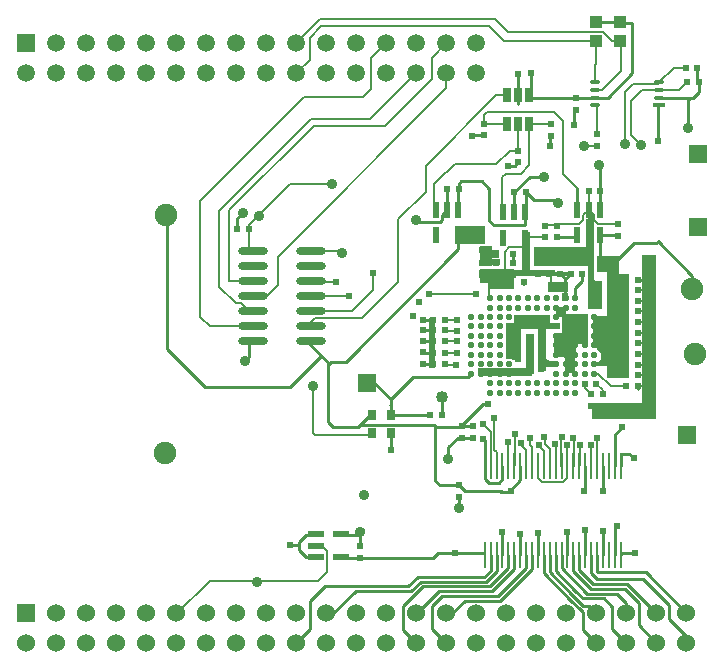
<source format=gtl>
G04 Layer_Physical_Order=1*
G04 Layer_Color=255*
%FSLAX25Y25*%
%MOIN*%
G70*
G01*
G75*
%ADD10R,0.03937X0.01181*%
%ADD11O,0.03937X0.01181*%
%ADD12R,0.05709X0.02165*%
%ADD13R,0.05709X0.02165*%
%ADD14R,0.02165X0.05709*%
%ADD15R,0.02165X0.05709*%
%ADD16O,0.00984X0.08709*%
%ADD17R,0.02756X0.05118*%
%ADD18R,0.02362X0.01969*%
%ADD19R,0.01969X0.02362*%
%ADD20R,0.03937X0.03937*%
%ADD21R,0.02600X0.03300*%
%ADD22O,0.09843X0.02756*%
%ADD23C,0.00600*%
%ADD24C,0.01000*%
%ADD25R,0.07756X0.05591*%
%ADD26R,0.03976X0.35197*%
%ADD27R,0.04016X0.45512*%
%ADD28R,0.05863X0.02200*%
%ADD29R,0.07017X0.03629*%
%ADD30R,0.02008X0.02717*%
%ADD31R,0.02426X0.11675*%
%ADD32R,0.08676X0.02223*%
%ADD33R,0.12677X0.01654*%
%ADD34R,0.02992X0.14370*%
%ADD35R,0.25197X0.01890*%
%ADD36R,0.11408X0.04622*%
%ADD37R,0.06299X0.10630*%
%ADD38R,0.04213X0.35079*%
%ADD39R,0.06811X0.01457*%
%ADD40R,0.18543X0.02795*%
%ADD41R,0.10158X0.06142*%
%ADD42R,0.04095X0.06535*%
%ADD43R,0.03622X0.02402*%
%ADD44R,0.02756X0.13819*%
%ADD45R,0.18307X0.02677*%
%ADD46R,0.02393X0.17126*%
%ADD47R,0.21734X0.05800*%
%ADD48R,0.04678X0.51260*%
%ADD49R,0.05118X0.09803*%
%ADD50R,0.03425X0.03189*%
%ADD51R,0.08828X0.10472*%
%ADD52R,0.07677X0.08189*%
%ADD53R,0.03386X0.06299*%
%ADD54R,0.03701X0.02874*%
%ADD55R,0.17874X0.04291*%
%ADD56R,0.01978X0.12811*%
%ADD57R,0.02126X0.22874*%
%ADD58R,0.02854X0.14972*%
%ADD59R,0.04095X0.02087*%
%ADD60R,0.03751X0.12216*%
%ADD61R,0.11854X0.04955*%
%ADD62C,0.02200*%
%ADD63C,0.07500*%
%ADD64R,0.05906X0.05906*%
%ADD65C,0.04000*%
%ADD66C,0.05906*%
%ADD67R,0.06000X0.06000*%
%ADD68C,0.06000*%
%ADD69C,0.02400*%
%ADD70C,0.03600*%
G36*
X207441Y109331D02*
Y104606D01*
X202716D01*
Y104722D01*
X202578Y104861D01*
X203620Y105903D01*
Y107832D01*
X202323Y109129D01*
Y109724D01*
X207047D01*
X207441Y109331D01*
D02*
G37*
G36*
X187668Y115968D02*
Y115968D01*
X189243Y117543D01*
X187668Y115968D01*
D02*
G37*
D10*
X223000Y190600D02*
D03*
D11*
Y193159D02*
D03*
Y195718D02*
D03*
Y198277D02*
D03*
X201740Y190600D02*
D03*
Y193159D02*
D03*
Y195718D02*
D03*
Y198277D02*
D03*
D12*
X116891Y47544D02*
D03*
Y40064D02*
D03*
X108426D02*
D03*
Y43804D02*
D03*
D13*
X108426Y47544D02*
D03*
D14*
X155975Y155634D02*
D03*
X178386Y154902D02*
D03*
X203219Y155634D02*
D03*
D15*
X155975Y147169D02*
D03*
X148495Y155634D02*
D03*
X152235D02*
D03*
X148495Y147169D02*
D03*
X178386Y146437D02*
D03*
X170905Y154902D02*
D03*
X174646D02*
D03*
X170905Y146437D02*
D03*
X203219Y147169D02*
D03*
X195739Y155634D02*
D03*
X199479D02*
D03*
X195739Y147169D02*
D03*
D16*
X208141Y70224D02*
D03*
X206172D02*
D03*
X210109D02*
D03*
X200267D02*
D03*
X202235D02*
D03*
X204204D02*
D03*
X196330D02*
D03*
X198298D02*
D03*
X192393D02*
D03*
X194361D02*
D03*
X188456D02*
D03*
X190424D02*
D03*
X186487D02*
D03*
X210109Y40559D02*
D03*
X206172D02*
D03*
X208141D02*
D03*
X202235D02*
D03*
X204204D02*
D03*
X190424D02*
D03*
X192393D02*
D03*
X186487D02*
D03*
X188456D02*
D03*
X198298D02*
D03*
X200267D02*
D03*
X194361D02*
D03*
X196330D02*
D03*
X182550Y70224D02*
D03*
X180581D02*
D03*
X184519D02*
D03*
X178613D02*
D03*
X174676D02*
D03*
X176645D02*
D03*
X170739D02*
D03*
X172707D02*
D03*
X166802D02*
D03*
X168771D02*
D03*
X164833D02*
D03*
X182550Y40559D02*
D03*
X184519D02*
D03*
X176645D02*
D03*
X178613D02*
D03*
X180581D02*
D03*
X164833D02*
D03*
X166802D02*
D03*
X172707D02*
D03*
X174676D02*
D03*
X168771D02*
D03*
X170739D02*
D03*
D17*
X179724Y193858D02*
D03*
X175984D02*
D03*
X179724Y184409D02*
D03*
X172244D02*
D03*
X175984D02*
D03*
X172244Y193858D02*
D03*
D18*
X86093Y149299D02*
D03*
X82156D02*
D03*
X150669Y87283D02*
D03*
X146732D02*
D03*
X236103Y198414D02*
D03*
X232166D02*
D03*
X235709Y203138D02*
D03*
X231772D02*
D03*
X215787Y97047D02*
D03*
X211850D02*
D03*
X151496Y119055D02*
D03*
X147559D02*
D03*
X179842Y113228D02*
D03*
X175906D02*
D03*
X179803Y105984D02*
D03*
X175866D02*
D03*
X183740Y109606D02*
D03*
X179803D02*
D03*
X183740Y102598D02*
D03*
X179803D02*
D03*
X151535Y111890D02*
D03*
X147598D02*
D03*
X151535Y115551D02*
D03*
X147598D02*
D03*
X151496Y107992D02*
D03*
X147559D02*
D03*
X151614Y104213D02*
D03*
X147677D02*
D03*
X215869Y111343D02*
D03*
X211932D02*
D03*
X215787Y107677D02*
D03*
X211850D02*
D03*
X215787Y100591D02*
D03*
X211850D02*
D03*
X215787Y104134D02*
D03*
X211850D02*
D03*
X215787Y125394D02*
D03*
X211850D02*
D03*
X215787Y121850D02*
D03*
X211850D02*
D03*
X215787Y132480D02*
D03*
X211850D02*
D03*
X215787Y128937D02*
D03*
X211850D02*
D03*
X215787Y114764D02*
D03*
X211850D02*
D03*
X215787Y118307D02*
D03*
X211850D02*
D03*
X156172Y162819D02*
D03*
X152235D02*
D03*
X178613Y161638D02*
D03*
X174676D02*
D03*
X203416Y162031D02*
D03*
X199479D02*
D03*
D19*
X123367Y43591D02*
D03*
Y39654D02*
D03*
X202244Y181091D02*
D03*
Y177154D02*
D03*
X187008Y184331D02*
D03*
Y180394D02*
D03*
X175984Y175433D02*
D03*
Y171496D02*
D03*
X164606Y184449D02*
D03*
Y180512D02*
D03*
X195158Y192902D02*
D03*
Y188965D02*
D03*
X197117Y138409D02*
D03*
Y134472D02*
D03*
X204095Y94269D02*
D03*
Y90332D02*
D03*
X200400Y94169D02*
D03*
Y90232D02*
D03*
X156172Y64000D02*
D03*
Y60063D02*
D03*
X157353Y83685D02*
D03*
Y79748D02*
D03*
X160897Y83685D02*
D03*
Y79748D02*
D03*
X163898Y137953D02*
D03*
Y134016D02*
D03*
X168543Y138031D02*
D03*
Y134095D02*
D03*
X174252Y137913D02*
D03*
Y133976D02*
D03*
X186417Y138268D02*
D03*
Y134331D02*
D03*
X182638Y138150D02*
D03*
Y134213D02*
D03*
X193574Y138409D02*
D03*
Y134472D02*
D03*
X190030Y138409D02*
D03*
Y134472D02*
D03*
X163976Y146260D02*
D03*
Y142323D02*
D03*
X185000Y150469D02*
D03*
Y146531D02*
D03*
X209322Y151008D02*
D03*
Y147071D02*
D03*
X189000Y150469D02*
D03*
Y146531D02*
D03*
D20*
X202059Y218390D02*
D03*
Y212091D02*
D03*
X209922Y218454D02*
D03*
Y212154D02*
D03*
D21*
X133550Y81350D02*
D03*
X127250D02*
D03*
X133550Y87450D02*
D03*
X127250D02*
D03*
D22*
X87554Y141900D02*
D03*
Y136900D02*
D03*
Y131900D02*
D03*
Y126900D02*
D03*
Y121900D02*
D03*
Y116900D02*
D03*
Y111900D02*
D03*
X106846Y141900D02*
D03*
Y136900D02*
D03*
Y131900D02*
D03*
Y126900D02*
D03*
Y121900D02*
D03*
Y116900D02*
D03*
Y111900D02*
D03*
D23*
X172913Y116850D02*
Y117203D01*
X151693Y104134D02*
X155300D01*
X155511Y111890D02*
X155532Y111911D01*
X151876Y115211D02*
X155521D01*
X151682Y118869D02*
X155511D01*
X142835Y125157D02*
X143292Y124700D01*
X164173Y84252D02*
X166802Y81623D01*
X179842Y77349D02*
Y79500D01*
X182800Y76900D02*
Y77300D01*
X184900Y77500D02*
X186487Y75913D01*
X184900Y77500D02*
Y79800D01*
X179842Y77349D02*
X180581Y76610D01*
X202244Y181091D02*
Y190096D01*
X201740Y190600D02*
X202244Y190096D01*
X201740Y204009D02*
X202059Y204328D01*
X201740Y198277D02*
Y204009D01*
Y195718D02*
X203829D01*
X210242Y202131D01*
X211689Y195121D02*
X214284Y197716D01*
X222439D01*
X223000Y198277D01*
X227861Y203138D01*
X231772D01*
X213662Y180707D02*
Y192100D01*
X217280Y195718D01*
X223000D01*
X229470D01*
X232166Y198414D01*
X155411Y107992D02*
X155421Y108003D01*
X186969Y133593D02*
X187062Y133686D01*
X186969Y130591D02*
Y133593D01*
X168736Y193858D02*
X172244D01*
X145149Y170271D02*
X168736Y193858D01*
X179724Y184409D02*
X179803Y184331D01*
X187008D01*
X170739Y155437D02*
Y166496D01*
X173189Y175433D02*
X175984D01*
X168646Y170890D02*
X173189Y175433D01*
X154794Y170890D02*
X168646D01*
X165669Y188347D02*
X187992D01*
X164606Y187284D02*
X165669Y188347D01*
X164606Y184449D02*
Y187284D01*
Y184449D02*
X164646Y184409D01*
X172244D01*
X175984Y184409D02*
X175984Y184409D01*
X175984Y175433D02*
Y184409D01*
X213662Y180707D02*
X216885Y177483D01*
X210242Y211028D02*
X210825Y211611D01*
X204400Y214959D02*
X207205Y212154D01*
X209922D01*
X102000Y201297D02*
X106453Y205749D01*
Y213148D01*
X86290Y141858D02*
Y150677D01*
X136048Y131582D02*
Y152537D01*
X199479Y138409D02*
Y155634D01*
X211689Y177691D02*
Y195121D01*
X105581Y126858D02*
X119558D01*
X136048Y152537D02*
X145149Y161638D01*
X202636Y151008D02*
X209322D01*
X105581Y116858D02*
X108304Y119580D01*
X124046D02*
X136048Y131582D01*
X147904Y164393D02*
X151841Y168331D01*
X184912Y150614D02*
X189637D01*
X196239Y150923D02*
X197722Y152407D01*
X189946Y150923D02*
X196239D01*
X112341Y34904D02*
Y42144D01*
X168771Y70224D02*
Y75023D01*
X119558Y126858D02*
X119558Y126858D01*
X147904Y156224D02*
Y164393D01*
X145149Y161638D02*
Y170271D01*
X184912Y150614D02*
X184912Y150614D01*
X189637D02*
X189946Y150923D01*
X201237Y152407D02*
X202636Y151008D01*
X199479Y155634D02*
Y162425D01*
X202059Y204328D02*
Y212091D01*
X210242Y202131D02*
Y211028D01*
X231772Y203138D02*
X232166D01*
X108304Y119580D02*
X124046D01*
X105857Y131582D02*
X115227D01*
X105581Y141858D02*
X116763D01*
X108426Y43804D02*
X110680D01*
X183942Y64970D02*
X191001D01*
X178515Y146677D02*
X184912D01*
X109358Y31921D02*
X112341Y34904D01*
X110680Y43804D02*
X112341Y42144D01*
X182550Y66362D02*
X183942Y64970D01*
X182550Y66362D02*
Y70224D01*
X191001Y64970D02*
X192393Y66362D01*
Y70224D01*
X85778Y132370D02*
X86290Y131858D01*
X105581D02*
X105857Y131582D01*
X105542Y141819D02*
X105581Y141858D01*
X116763D02*
X117196Y141425D01*
X190030Y138409D02*
X190030Y138409D01*
X178416Y146775D02*
X178515Y146677D01*
X178416Y143331D02*
X179007D01*
X178416D02*
Y146775D01*
X170739Y155437D02*
X170936Y155240D01*
X197722Y152407D02*
Y153876D01*
X201237Y152407D02*
Y153876D01*
X199479Y155634D02*
X201237Y153876D01*
X197722Y153876D02*
X199479Y155634D01*
X151841Y168331D02*
X152235D01*
X154794Y170890D01*
X211689Y177691D02*
X211741Y177639D01*
X83568Y124580D02*
X86290Y121858D01*
X76260Y130124D02*
Y155315D01*
X106890Y185945D01*
X126648D01*
X142000Y201297D01*
X92252Y126858D02*
X95906Y130512D01*
X86290Y126858D02*
X92252D01*
X79717Y131858D02*
X86290D01*
X79717D02*
Y155544D01*
X107928Y183755D01*
X62001Y21297D02*
X62378D01*
X168032Y75762D02*
Y86339D01*
Y75762D02*
X168771Y75023D01*
X95906Y130512D02*
Y140157D01*
X152000Y196252D01*
Y201297D01*
X99983Y164370D02*
X113819D01*
X197823Y177154D02*
X202244D01*
X86290Y150677D02*
X99983Y164370D01*
X187992Y188347D02*
X190946Y185393D01*
Y167809D02*
Y185393D01*
Y167809D02*
X195739Y163015D01*
X166802Y70224D02*
Y81623D01*
X190030Y138409D02*
X199479D01*
X186110Y135243D02*
Y135243D01*
X166408Y131323D02*
X168496Y133410D01*
X163898Y134331D02*
X165621Y132607D01*
X163898Y138268D02*
X168307D01*
X168543Y138031D01*
X215787Y97047D02*
X215787Y97047D01*
X215787Y104134D02*
X215787Y104134D01*
X215787Y111221D02*
X215787Y111221D01*
X215787Y97047D02*
X219443D01*
X219443Y107677D02*
X219443Y107677D01*
X215787Y107677D02*
X219443D01*
X215787Y104134D02*
X219443D01*
X215787Y111221D02*
X219443D01*
X219443Y114764D02*
X219443Y114764D01*
X215787Y114764D02*
X219443D01*
Y118307D02*
X219443Y118307D01*
X215787Y118307D02*
X219443D01*
Y121850D02*
X219443Y121850D01*
X215787Y121850D02*
X219443D01*
X215787Y125394D02*
X219443D01*
X215787Y128937D02*
X219443D01*
X219443Y128937D01*
X219443Y100591D02*
X219443Y100591D01*
X215787Y100591D02*
X219443D01*
X174331Y105984D02*
X175866D01*
X172913Y107402D02*
X174331Y105984D01*
X172953Y107402D02*
X175827Y110276D01*
X172913Y107402D02*
X172953D01*
X179646Y110158D02*
X179842Y110354D01*
X168543Y134095D02*
X169685D01*
X171442Y135852D01*
X146614Y127717D02*
X161811D01*
X146260Y128071D02*
X146614Y127717D01*
X178071Y130590D02*
Y131575D01*
X183740Y107480D02*
Y109606D01*
X173016Y143331D02*
X178416D01*
X171442Y135852D02*
Y141757D01*
X173016Y143331D01*
X173858Y133976D02*
X174500Y133335D01*
X151535Y111890D02*
Y112101D01*
X166408Y126505D02*
X166614Y126299D01*
X166408Y126505D02*
Y130141D01*
X179724Y170512D02*
Y184409D01*
X176929Y167717D02*
X179724Y170512D01*
X170739Y166496D02*
X171959Y167717D01*
X176929D01*
X183583Y101890D02*
X185945Y104252D01*
X186969D02*
X188661D01*
X185945D02*
X186969D01*
X183740Y107480D02*
X186969Y104252D01*
X186417Y134331D02*
X187062Y133686D01*
X151614Y104213D02*
X151693Y104134D01*
X151496Y107992D02*
X155411D01*
X151535Y111890D02*
X155511D01*
X151535Y115551D02*
X151876Y115211D01*
X151496Y119055D02*
X151682Y118869D01*
X201260Y101102D02*
X202698D01*
X206753Y97047D01*
X211850D01*
X201900Y97700D02*
X204095Y95505D01*
Y94269D02*
Y95505D01*
X198400Y96169D02*
Y97613D01*
Y96169D02*
X200400Y94169D01*
X174500Y70400D02*
X174676Y70224D01*
X188456D02*
X188587Y70356D01*
X200135Y70356D02*
X200267Y70224D01*
X196330D02*
X196600Y70495D01*
X194361Y70224D02*
X194493Y70356D01*
X193922Y79748D02*
X194493Y79177D01*
X188500Y73000D02*
Y78200D01*
X200135Y70356D02*
Y77200D01*
X194493Y70356D02*
Y79177D01*
X193922Y79748D02*
X194300D01*
X202235Y70224D02*
Y79800D01*
X196600Y70495D02*
Y77400D01*
X190293Y79593D02*
X190700Y80000D01*
X192393Y70224D02*
Y77391D01*
X190293Y70356D02*
Y79593D01*
X188100Y77800D02*
X188500Y78200D01*
X186487Y70224D02*
Y75913D01*
X184519Y70224D02*
Y75181D01*
X182800Y76900D02*
X184519Y75181D01*
X178613Y70224D02*
Y75608D01*
X108259Y80750D02*
X127450D01*
X107609Y81400D02*
X108259Y80750D01*
X107609Y81400D02*
Y97004D01*
X106846Y121900D02*
X120642D01*
X127700Y128958D01*
Y134700D01*
X105581Y121858D02*
X106846D01*
X184700Y80000D02*
X184900Y79800D01*
X180581Y70224D02*
Y76610D01*
X176800Y77421D02*
X178613Y75608D01*
X176800Y77421D02*
X176900Y77521D01*
Y78100D01*
X174500Y70400D02*
X174800Y70700D01*
X172707Y70224D02*
Y77293D01*
X172700Y77300D02*
X172707Y77293D01*
X172700Y77300D02*
Y78300D01*
X174800Y70700D02*
Y81000D01*
X107928Y183755D02*
X131555D01*
X147100Y199300D01*
Y206397D01*
X152000Y211297D01*
X102000D02*
X109903Y219200D01*
X168200D01*
X172441Y214959D01*
X204400D01*
X171206Y212091D02*
X202059D01*
X106453Y213148D02*
X110205Y216900D01*
X166397D01*
X171206Y212091D01*
X76260Y130124D02*
X81803Y124580D01*
X83568D01*
X73200Y116900D02*
X87554D01*
X70000Y120100D02*
X73200Y116900D01*
X70000Y120100D02*
Y158800D01*
X104600Y193400D01*
X124200D01*
X126900Y196100D01*
Y206197D01*
X132000Y211297D01*
X62378Y21297D02*
X72890Y31810D01*
X72779Y31921D02*
X72890Y31810D01*
X72779Y31921D02*
X109358D01*
X165621Y132110D02*
Y132607D01*
Y132110D02*
X166408Y131323D01*
D24*
X57180Y153730D02*
X58800Y152110D01*
Y109400D02*
Y152110D01*
Y109400D02*
X71460Y96740D01*
X99940D01*
X206900Y136100D02*
Y137000D01*
X214700Y144800D01*
X222100D01*
X222600Y145300D01*
X234080Y133820D01*
Y129430D02*
Y133820D01*
X144370Y115512D02*
X144409Y115551D01*
X144370Y118858D02*
X144567Y119055D01*
X144370Y112008D02*
X144488Y111890D01*
X144370Y108189D02*
X144567Y107992D01*
X82396Y152842D02*
X84244Y154690D01*
X110320Y107120D02*
X112483Y104956D01*
X105581Y111858D02*
X110320Y107120D01*
X99940Y96740D02*
X110320Y107120D01*
X222520Y178532D02*
Y190120D01*
X223000Y190600D01*
X194232Y193158D02*
X206000D01*
X214050Y201208D01*
X144488Y111890D02*
X147598D01*
X174676Y161638D02*
X179794Y166756D01*
X174676Y161638D02*
X174676Y161638D01*
X179794Y166756D02*
X184519D01*
X179724Y193858D02*
X180681Y192902D01*
X195158D01*
X166408Y152135D02*
Y162819D01*
X178416Y150512D02*
Y155240D01*
X147707Y39787D02*
X149135Y41215D01*
X164177D01*
X210716Y41165D02*
X214833D01*
X210109Y40559D02*
X210716Y41165D01*
X155975Y142543D02*
Y147169D01*
X203219Y139393D02*
Y147169D01*
X214050Y201208D02*
Y218157D01*
X105207Y47267D02*
X109814D01*
X156172Y64000D02*
X158141Y62031D01*
X157353Y84052D02*
X164130Y90828D01*
X155975Y155634D02*
Y161834D01*
X236103Y194870D02*
Y198414D01*
X235709Y198807D02*
Y203138D01*
X234390Y193158D02*
X236103Y194870D01*
X103050Y45111D02*
X105207Y47267D01*
X118278Y47267D02*
X123367D01*
Y43591D02*
Y47267D01*
Y48342D01*
X152629Y76598D02*
X155778Y79748D01*
X86290Y106582D02*
Y111858D01*
X112483Y85102D02*
Y104956D01*
X191605Y132504D02*
X193574Y134472D01*
X190030D02*
X191605Y132897D01*
X197117Y132110D02*
Y134472D01*
X82156Y148905D02*
Y152842D01*
X152235Y155634D02*
Y162425D01*
X178613Y155437D02*
Y161244D01*
X174676Y155240D02*
Y161638D01*
X195739Y155634D02*
Y163015D01*
X203416Y162031D02*
Y169905D01*
X203219Y155634D02*
Y162228D01*
X118278Y39787D02*
X147707D01*
X203219Y147169D02*
X209223D01*
X142508Y151679D02*
X150033D01*
X105201Y40064D02*
X108426D01*
X123402Y48543D02*
X124245Y49385D01*
X124128D02*
X124245D01*
X123389Y48645D02*
X124128Y49385D01*
X169948Y61702D02*
X172772D01*
X156172Y59275D02*
Y60063D01*
X158141Y62031D02*
X170739D01*
X149810Y64000D02*
X156172D01*
X148349Y65460D02*
X149810Y64000D01*
X155778Y79748D02*
X156959D01*
X148349Y83416D02*
X157353D01*
X164130Y90828D02*
X165791D01*
X84912Y105204D02*
X86290Y106582D01*
X113734Y105073D02*
X118505D01*
X194755Y129748D02*
X197117Y132110D01*
X155975Y147169D02*
X160503D01*
X147904Y156224D02*
X148495Y155634D01*
X155778Y162031D02*
X155975Y161834D01*
X156172Y162819D02*
Y164393D01*
X156959Y165181D01*
X164046D02*
X166408Y162819D01*
X156959Y165181D02*
X164046D01*
X235709Y198807D02*
X236103Y198414D01*
X202122Y218454D02*
X209922D01*
X210218Y218157D02*
X214050D01*
X103050Y42214D02*
X105201Y40064D01*
X123402Y48364D02*
Y48543D01*
X123367Y48342D02*
X123389Y48364D01*
X164944Y65968D02*
Y70114D01*
X169430Y64770D02*
X170739Y66079D01*
Y70224D01*
X166143Y64770D02*
X169430D01*
X164944Y65968D02*
X166143Y64770D01*
X176645Y65575D02*
Y70224D01*
X152629Y72661D02*
Y76598D01*
X112483Y85102D02*
X114169Y83416D01*
X157747Y79748D02*
X160897D01*
X157353D02*
X157747D01*
X157353Y80142D02*
X157747Y79748D01*
X157353Y83685D02*
X160897D01*
X157353Y83416D02*
Y83685D01*
X113050Y104389D02*
X113734Y105073D01*
X112483Y104956D02*
X113050Y104389D01*
X191605Y126505D02*
Y132504D01*
X117196Y141425D02*
X117983D01*
X195247Y146677D02*
X195739Y147169D01*
X189637Y146677D02*
X195247D01*
X209223Y147169D02*
X209322Y147071D01*
X82156Y152842D02*
X82396D01*
X141999Y152189D02*
X142508Y151679D01*
X150678Y152324D02*
Y154076D01*
X152235Y155634D01*
X150033Y151679D02*
X150678Y152324D01*
X178416Y155240D02*
X178613Y155437D01*
X203219Y162228D02*
X203416Y162031D01*
X202059Y218390D02*
X202122Y218454D01*
X209922D02*
X210218Y218157D01*
X133353Y90748D02*
X133550Y90945D01*
Y88659D02*
Y90945D01*
Y92559D01*
X178613Y161638D02*
X181353Y158898D01*
X189243D01*
X232638Y182992D02*
Y192489D01*
X233307Y193158D01*
X222520D02*
X233307D01*
X234390D01*
X106614Y15911D02*
Y25433D01*
X102000Y11297D02*
X106614Y15911D01*
X112001Y21297D02*
X114407D01*
X142000D02*
X142163D01*
X106614Y25433D02*
X111428Y30247D01*
X114407Y21297D02*
X121757Y28647D01*
X166802Y35481D02*
Y40559D01*
X168771Y35187D02*
Y40559D01*
X172707Y36413D02*
Y40559D01*
X174676Y36119D02*
Y40559D01*
X178613Y36413D02*
Y40559D01*
X207323Y15975D02*
X212000Y11297D01*
X194361Y35293D02*
X200273Y29381D01*
X194361Y35293D02*
Y40559D01*
X196330Y35588D02*
Y40559D01*
X207323Y15975D02*
Y23467D01*
X204608Y26181D02*
X207323Y23467D01*
X196330Y35588D02*
X200936Y30981D01*
X200267Y34537D02*
Y40559D01*
Y34537D02*
X202222Y32581D01*
X226100Y19460D02*
X232000Y13560D01*
Y11297D02*
Y13560D01*
X202235Y34852D02*
Y40559D01*
Y34852D02*
X218631D01*
X232000Y21482D01*
Y21297D02*
Y21482D01*
X202222Y32581D02*
X217537D01*
X226100Y24018D01*
Y19460D02*
Y24018D01*
X200936Y30981D02*
X212316D01*
X222001Y21297D01*
X200273Y29381D02*
X211496D01*
X216101Y24777D01*
Y17197D02*
X222001Y11297D01*
X216101Y17197D02*
Y24777D01*
X198833Y27781D02*
X208754D01*
X212000Y21297D02*
Y24535D01*
X208754Y27781D02*
X212000Y24535D01*
X190424Y36190D02*
Y40559D01*
Y36190D02*
X198833Y27781D01*
X188456Y35166D02*
Y40559D01*
X186487Y34871D02*
Y40559D01*
X197701Y23658D02*
X199639D01*
X202000Y21297D01*
X197598Y15699D02*
X202000Y11297D01*
X175984Y191102D02*
Y193858D01*
X194528Y188335D02*
X195158Y188965D01*
X194528Y184016D02*
Y188335D01*
X100039Y44094D02*
X102932D01*
X103050Y44213D01*
Y42214D02*
Y44213D01*
Y45111D01*
X204204Y40559D02*
Y48474D01*
X204095Y48583D02*
X204204Y48474D01*
X170739Y40559D02*
Y48200D01*
X182550Y40559D02*
Y47904D01*
X192393Y40559D02*
Y48237D01*
X156102Y56417D02*
Y59993D01*
X156172Y60063D01*
X164331Y79331D02*
X164833Y78828D01*
Y70224D02*
Y78828D01*
X175984Y193858D02*
Y201024D01*
X199479Y138409D02*
X199479Y138409D01*
X200096Y137793D01*
X159252Y100039D02*
X160315Y101102D01*
X215787Y96082D02*
Y97047D01*
X211063Y113976D02*
X211850Y114764D01*
X211457Y121457D02*
X211850Y121850D01*
X210276Y116732D02*
X211850Y118307D01*
X211850Y132283D02*
Y132480D01*
X210276Y123819D02*
X211850Y125394D01*
X133717Y87283D02*
X146732D01*
X118505Y105073D02*
X155975Y142543D01*
X191605Y126505D02*
X191811Y126299D01*
X194961D02*
Y129542D01*
X194755Y129748D02*
X194961Y129542D01*
X133550Y92559D02*
X141031Y100039D01*
X159252D01*
X200096Y131401D02*
X201142Y130354D01*
X200096Y131401D02*
Y137793D01*
X174252Y137913D02*
Y138645D01*
X166408Y152135D02*
X168032Y150512D01*
X178416D01*
X174252Y137913D02*
Y141024D01*
Y137913D02*
X174252Y137913D01*
X125630Y98150D02*
X127960D01*
X133550Y92559D01*
X150748Y87362D02*
Y93228D01*
X150669Y87283D02*
X150748Y87362D01*
X144567Y119055D02*
X147559D01*
X144409Y115551D02*
X147598D01*
X144567Y107992D02*
X147559D01*
X144409Y104213D02*
X147677D01*
X144370Y104252D02*
X144409Y104213D01*
X198298Y40559D02*
Y48963D01*
X176645Y40559D02*
Y47745D01*
X186600Y177154D02*
Y179986D01*
X187008Y180394D01*
X172700Y170300D02*
X174788D01*
X175984Y171496D01*
X180300Y194434D02*
Y201297D01*
X179724Y193858D02*
X180300Y194434D01*
X160912Y180512D02*
X164606D01*
X160600Y180200D02*
X160912Y180512D01*
X172772Y61702D02*
X176645Y65575D01*
X198298Y62249D02*
Y70224D01*
X198080Y62031D02*
X198298Y62249D01*
X126134Y86850D02*
X127450D01*
X122700Y83416D02*
X126134Y86850D01*
X114169Y83416D02*
X122700D01*
X133750Y75682D02*
Y80750D01*
X122700Y83416D02*
X123384Y84100D01*
X148349D01*
Y65460D02*
Y84100D01*
X111428Y30247D02*
X139335D01*
X121757Y28647D02*
X140347D01*
X137600Y15697D02*
X142000Y11297D01*
X137600Y15697D02*
Y23500D01*
X193696Y25400D02*
X193698D01*
X196100Y22998D01*
Y22996D02*
Y22998D01*
X186487Y34871D02*
X194358Y27000D01*
X194361D01*
X197700Y23661D01*
Y23658D02*
Y23661D01*
Y23658D02*
X197701Y23658D01*
X188456Y35166D02*
X195021Y28600D01*
X195024D01*
X197443Y26181D01*
X204608D01*
X184519Y34577D02*
Y40559D01*
Y34577D02*
X193696Y25400D01*
X197598Y15699D02*
Y21497D01*
X196100Y22996D02*
X197598Y21497D01*
X133550Y87450D02*
X133717Y87283D01*
X152000Y11297D02*
X152002Y11298D01*
X147300Y16000D02*
X152000Y11300D01*
X147300Y16000D02*
Y23800D01*
X165384Y31800D02*
X168771Y35187D01*
X164721Y33400D02*
X166802Y35481D01*
X142487Y33400D02*
X164721D01*
X143500Y31800D02*
X165384D01*
X166494Y30200D02*
X172707Y36413D01*
X144300Y30200D02*
X166494D01*
X167157Y28600D02*
X174676Y36119D01*
X149466Y28600D02*
X167157D01*
X142163Y21297D02*
X149466Y28600D01*
X137600Y23500D02*
X144300Y30200D01*
X140347Y28647D02*
X143500Y31800D01*
X139335Y30247D02*
X142487Y33400D01*
X152000Y21300D02*
X154000D01*
X158100Y25400D01*
X169862D01*
X147300Y23800D02*
X150500Y27000D01*
X169200D01*
X178613Y36413D01*
X169862Y25400D02*
X180581Y36119D01*
Y40559D01*
X208141D02*
Y49641D01*
X208800Y50300D01*
X210109Y70224D02*
Y74488D01*
X204204Y62100D02*
Y70224D01*
X210109Y74488D02*
X213012D01*
X214600Y72900D01*
X215787Y132480D02*
X215787Y132480D01*
X219443D01*
X208141Y70224D02*
Y80741D01*
X210600Y83200D01*
D25*
X205965Y137677D02*
D03*
D26*
X207658Y117283D02*
D03*
D27*
X219331Y117795D02*
D03*
D28*
X186869Y116900D02*
D03*
D29*
X189208Y129885D02*
D03*
D30*
X191713Y126713D02*
D03*
D31*
X175913Y110737D02*
D03*
D32*
X170338Y130211D02*
D03*
D33*
X187638Y134488D02*
D03*
D34*
X178465Y141279D02*
D03*
D35*
X175630Y134567D02*
D03*
D36*
X168972Y133634D02*
D03*
D37*
X203898Y115039D02*
D03*
D38*
X211004Y117106D02*
D03*
D39*
X204468Y104193D02*
D03*
D40*
X190532Y138327D02*
D03*
D41*
X160079Y147362D02*
D03*
D42*
X165118Y140236D02*
D03*
D43*
X168110Y138406D02*
D03*
D44*
X179842Y107618D02*
D03*
D45*
X171516Y101654D02*
D03*
D46*
X147299Y111398D02*
D03*
D47*
X211134Y88600D02*
D03*
D48*
X219662Y114921D02*
D03*
D49*
X201654Y127342D02*
D03*
D50*
X190374Y121555D02*
D03*
D51*
X194838Y115866D02*
D03*
D52*
X191437Y110669D02*
D03*
D53*
X193268Y104252D02*
D03*
D54*
X168071Y141043D02*
D03*
D55*
X190236Y141279D02*
D03*
D56*
X199484Y146390D02*
D03*
D57*
X200354Y143366D02*
D03*
D58*
X183927Y109286D02*
D03*
D59*
X187244Y104272D02*
D03*
D60*
X173676Y112092D02*
D03*
D61*
X180573Y118422D02*
D03*
D62*
X191811Y94803D02*
D03*
X188661D02*
D03*
X185512D02*
D03*
X182362D02*
D03*
X179213D02*
D03*
X176063D02*
D03*
X172913D02*
D03*
X169764D02*
D03*
X166614D02*
D03*
X194961Y97953D02*
D03*
X191811D02*
D03*
X188661D02*
D03*
X185512D02*
D03*
X182362D02*
D03*
X179213D02*
D03*
X176063D02*
D03*
X172913D02*
D03*
X169764D02*
D03*
X166614D02*
D03*
X201260Y101102D02*
D03*
X198110D02*
D03*
X194961D02*
D03*
X191811D02*
D03*
X188661D02*
D03*
X172913D02*
D03*
X169764D02*
D03*
X166614D02*
D03*
X163465D02*
D03*
X160315D02*
D03*
X201260Y104252D02*
D03*
X198110D02*
D03*
X194961D02*
D03*
X191811D02*
D03*
X188661D02*
D03*
X172913D02*
D03*
X169764D02*
D03*
X166614D02*
D03*
X163465D02*
D03*
X160315D02*
D03*
X201260Y107402D02*
D03*
X198110D02*
D03*
X194961D02*
D03*
X191811D02*
D03*
X188661D02*
D03*
X172913D02*
D03*
X169764D02*
D03*
X166614D02*
D03*
X163465D02*
D03*
X160315D02*
D03*
X201260Y110551D02*
D03*
X198110D02*
D03*
X194961D02*
D03*
X191811D02*
D03*
X188661D02*
D03*
X172913D02*
D03*
X169764D02*
D03*
X166614D02*
D03*
X163465D02*
D03*
X160315D02*
D03*
X201260Y113701D02*
D03*
X198110D02*
D03*
X194961D02*
D03*
X191811D02*
D03*
X188661D02*
D03*
X172913D02*
D03*
X169764D02*
D03*
X166614D02*
D03*
X163465D02*
D03*
X160315D02*
D03*
X201260Y116850D02*
D03*
X198110D02*
D03*
X194961D02*
D03*
X191811D02*
D03*
X188661D02*
D03*
X172913D02*
D03*
X169764D02*
D03*
X166614D02*
D03*
X163465D02*
D03*
X160315D02*
D03*
X201260Y120000D02*
D03*
X198110D02*
D03*
X194961D02*
D03*
X191811D02*
D03*
X188661D02*
D03*
X172913D02*
D03*
X169764D02*
D03*
X166614D02*
D03*
X163465D02*
D03*
X160315D02*
D03*
X194961Y123150D02*
D03*
X191811D02*
D03*
X188661D02*
D03*
X185512D02*
D03*
X182362D02*
D03*
X179213D02*
D03*
X176063D02*
D03*
X172913D02*
D03*
X169764D02*
D03*
X166614D02*
D03*
X194961Y126299D02*
D03*
X191811D02*
D03*
X188661D02*
D03*
X185512D02*
D03*
X182362D02*
D03*
X179213D02*
D03*
X176063D02*
D03*
X172913D02*
D03*
X169764D02*
D03*
X166614D02*
D03*
X194961Y94803D02*
D03*
D63*
X58480Y154130D02*
D03*
X234980Y107730D02*
D03*
X234080Y129430D02*
D03*
X58280Y74630D02*
D03*
D64*
X235900Y150000D02*
D03*
Y174300D02*
D03*
X232400Y80700D02*
D03*
X125630Y98150D02*
D03*
X12000Y211297D02*
D03*
D65*
X201142Y130354D02*
D03*
X150748Y93228D02*
D03*
X201102Y125000D02*
D03*
D66*
X12000Y201297D02*
D03*
X22000Y211297D02*
D03*
Y201297D02*
D03*
X32000Y211297D02*
D03*
Y201297D02*
D03*
X42000Y211297D02*
D03*
Y201297D02*
D03*
X52000Y211297D02*
D03*
Y201297D02*
D03*
X62000Y211297D02*
D03*
Y201297D02*
D03*
X72000Y211297D02*
D03*
Y201297D02*
D03*
X82000Y211297D02*
D03*
Y201297D02*
D03*
X92000Y211297D02*
D03*
Y201297D02*
D03*
X102000Y211297D02*
D03*
Y201297D02*
D03*
X112000Y211297D02*
D03*
Y201297D02*
D03*
X122000Y211297D02*
D03*
Y201297D02*
D03*
X132000Y211297D02*
D03*
Y201297D02*
D03*
X142000Y211297D02*
D03*
Y201297D02*
D03*
X152000Y211297D02*
D03*
Y201297D02*
D03*
X162000Y211297D02*
D03*
Y201297D02*
D03*
D67*
X12000Y21300D02*
D03*
D68*
Y11300D02*
D03*
X92000Y21300D02*
D03*
X82000Y11300D02*
D03*
Y21300D02*
D03*
X62000D02*
D03*
X72000Y11300D02*
D03*
X62000D02*
D03*
X102000Y21300D02*
D03*
X72000D02*
D03*
X92000Y11300D02*
D03*
X132000D02*
D03*
X52000Y21300D02*
D03*
X42000D02*
D03*
Y11300D02*
D03*
X52000D02*
D03*
X142000D02*
D03*
Y21300D02*
D03*
X152000D02*
D03*
Y11300D02*
D03*
X232000Y21300D02*
D03*
X222000Y11300D02*
D03*
X212000Y21300D02*
D03*
Y11300D02*
D03*
X202000Y21300D02*
D03*
Y11300D02*
D03*
X192000D02*
D03*
X182000D02*
D03*
X172000D02*
D03*
X182000Y21300D02*
D03*
X172000D02*
D03*
X162000D02*
D03*
Y11300D02*
D03*
X32000Y21300D02*
D03*
Y11300D02*
D03*
X102000D02*
D03*
X132000Y21300D02*
D03*
X122000Y11300D02*
D03*
X192000Y21300D02*
D03*
X232000Y11300D02*
D03*
X222000Y21300D02*
D03*
X112000D02*
D03*
X122000D02*
D03*
X112000Y11300D02*
D03*
X22000Y21300D02*
D03*
Y11300D02*
D03*
D69*
X144370Y115512D02*
D03*
Y118858D02*
D03*
X155300Y104134D02*
D03*
X155532Y111911D02*
D03*
X155521Y115211D02*
D03*
X140787Y120346D02*
D03*
X155511Y118869D02*
D03*
X144370Y112008D02*
D03*
Y108189D02*
D03*
X142835Y125157D02*
D03*
X164173Y84252D02*
D03*
X179842Y79500D02*
D03*
X182800Y77300D02*
D03*
X155421Y108003D02*
D03*
X154991Y41165D02*
D03*
X214833Y41165D02*
D03*
X219443Y114764D02*
D03*
Y128937D02*
D03*
Y100591D02*
D03*
Y97047D02*
D03*
Y107677D02*
D03*
Y104134D02*
D03*
X173630Y62031D02*
D03*
X219443Y111221D02*
D03*
Y118307D02*
D03*
Y121850D02*
D03*
X115227Y131582D02*
D03*
X119558Y126858D02*
D03*
X168032Y86339D02*
D03*
X165791Y90828D02*
D03*
X222520Y178532D02*
D03*
X194528Y184016D02*
D03*
X100039Y44094D02*
D03*
X204095Y48583D02*
D03*
X182550Y47904D02*
D03*
X192393Y48237D02*
D03*
X164331Y79331D02*
D03*
X175984Y201024D02*
D03*
X161811Y127717D02*
D03*
X146181D02*
D03*
X178071Y131575D02*
D03*
X160197Y149291D02*
D03*
X174252Y141024D02*
D03*
X168504Y141425D02*
D03*
X189803Y142165D02*
D03*
X193465D02*
D03*
X197008Y142362D02*
D03*
X144370Y104252D02*
D03*
X198298Y48963D02*
D03*
X176645Y47745D02*
D03*
X170700Y48200D02*
D03*
X186600Y177154D02*
D03*
X172700Y170300D02*
D03*
X160600Y180200D02*
D03*
X180300Y201297D02*
D03*
X186969Y130591D02*
D03*
X191693D02*
D03*
X198400Y97613D02*
D03*
X201900Y97700D02*
D03*
X198080Y62031D02*
D03*
X200135Y77200D02*
D03*
X194300Y79748D02*
D03*
X202235Y79800D02*
D03*
X196600Y77400D02*
D03*
X190700Y80000D02*
D03*
X192393Y77391D02*
D03*
X188100Y77800D02*
D03*
X178520Y136500D02*
D03*
X133750Y75682D02*
D03*
X127700Y134700D02*
D03*
X184700Y80000D02*
D03*
X176900Y78100D02*
D03*
X174800Y81000D02*
D03*
X172700Y78300D02*
D03*
X208800Y50300D02*
D03*
X204204Y62100D02*
D03*
X214600Y72900D02*
D03*
X219443Y125394D02*
D03*
Y132480D02*
D03*
X210600Y83200D02*
D03*
D70*
X84244Y154690D02*
D03*
X216885Y177483D02*
D03*
X211741Y177639D02*
D03*
X203013Y170625D02*
D03*
X123389Y48364D02*
D03*
X124563Y60583D02*
D03*
X84912Y105204D02*
D03*
X117196Y141425D02*
D03*
X184519Y166756D02*
D03*
X141999Y152189D02*
D03*
X189243Y158094D02*
D03*
X152629Y72661D02*
D03*
X107609Y97004D02*
D03*
X113819Y164370D02*
D03*
X197823Y177154D02*
D03*
X232638Y182992D02*
D03*
X89016Y31653D02*
D03*
X89724Y153740D02*
D03*
X156102Y56417D02*
D03*
M02*

</source>
